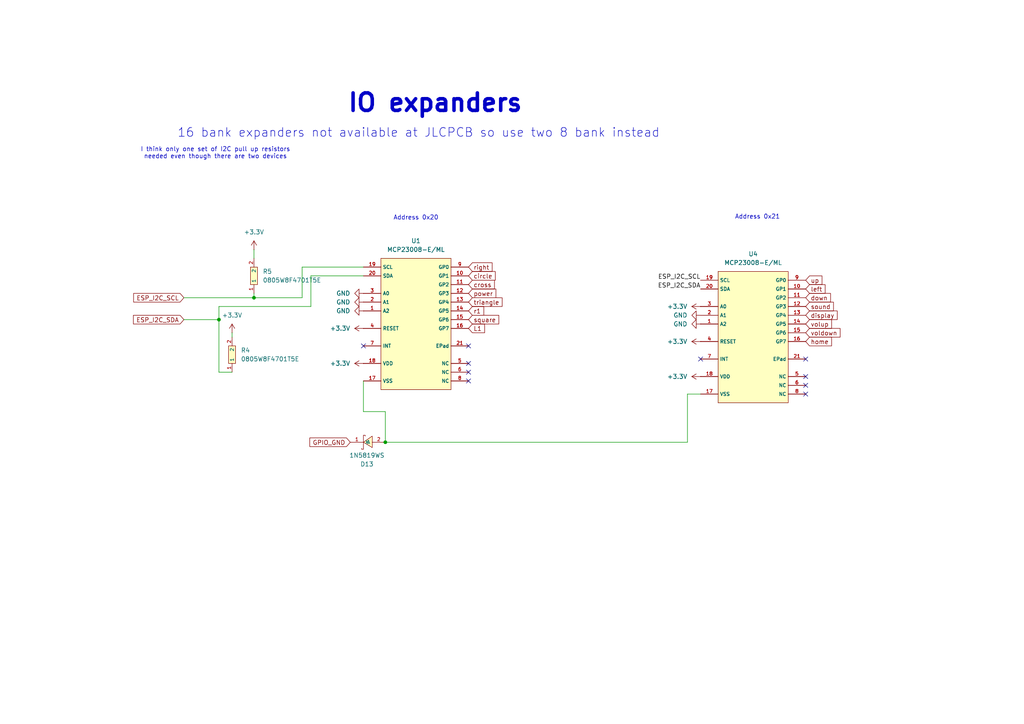
<source format=kicad_sch>
(kicad_sch (version 20231120) (generator "eeschema") (generator_version "8.0")
  (paper "A4")
  (title_block (title "PSP-Bluetooth") (date "2024-07-25") (rev "0.1") (comment 2 "https://github.com/ste2425/PSP-Bluetooth") (comment 4 "UNDER REVIEW - SUBJECT TO CHANGE"))
  (lib_symbols
    (symbol "JLCPCB_schematic:0805W8F4701T5E"
      (property "Reference" "R" (at 0 1.27 0))
      (property "Value" "0805W8F4701T5E" (at 0 -2.54 0))
      (symbol "0805W8F4701T5E_0_1"
        (rectangle (start -2.54 1.016) (end 2.54 -1.016) (fill (type background)))
        (pin input line (at -5.08 0 0) (length 2.54) (name "1") (number "1"))
        (pin input line (at 5.08 0 180) (length 2.54) (name "2") (number "2"))
      )
    )
    (symbol "JLCPCB_schematic:1N5819WS"
      (property "Reference" "D" (at 0 1.27 0))
      (property "Value" "1N5819WS" (at 0 -2.54 0))
      (symbol "1N5819WS_0_1"
        (polyline (pts (xy -1.27 0) (xy -1.27 -2.032) (xy -0.762 -2.032) (xy -0.762 -1.778)))
        (polyline (pts (xy -1.27 0) (xy -1.27 2.032) (xy -1.778 2.032) (xy -1.778 1.778)))
        (polyline (pts (xy 1.27 1.524) (xy -1.27 0) (xy 1.27 -1.778) (xy 1.27 1.524)) (fill (type background)))
        (pin unspecified line (at -5.08 0 0) (length 3.81) (name "K") (number "1"))
        (pin unspecified line (at 5.08 0 180) (length 3.81) (name "A") (number "2"))
      )
    )
    (symbol "JLCPCB_schematic:MCP23008-E/ML"
      (property "Reference" "U" (at 0 1.27 0))
      (property "Value" "MCP23008-E{slash}ML" (at 0 -2.54 0))
      (symbol "MCP23008-E/ML_0_1"
        (rectangle (start -10.16 19.05) (end 10.16 -19.05) (fill (type background)))
        (pin unspecified line (at -15.24 3.81 0) (length 5.08) (name "A2") (number "1"))
        (pin bidirectional line (at 15.24 13.97 180) (length 5.08) (name "GP1") (number "10"))
        (pin bidirectional line (at 15.24 11.43 180) (length 5.08) (name "GP2") (number "11"))
        (pin bidirectional line (at 15.24 8.89 180) (length 5.08) (name "GP3") (number "12"))
        (pin bidirectional line (at 15.24 6.35 180) (length 5.08) (name "GP4") (number "13"))
        (pin bidirectional line (at 15.24 3.81 180) (length 5.08) (name "GP5") (number "14"))
        (pin bidirectional line (at 15.24 1.27 180) (length 5.08) (name "GP6") (number "15"))
        (pin bidirectional line (at 15.24 -1.27 180) (length 5.08) (name "GP7") (number "16"))
        (pin power_in line (at -15.24 -16.51 0) (length 5.08) (name "VSS") (number "17"))
        (pin power_in line (at -15.24 -11.43 0) (length 5.08) (name "VDD") (number "18"))
        (pin unspecified line (at -15.24 16.51 0) (length 5.08) (name "SCL") (number "19"))
        (pin unspecified line (at -15.24 6.35 0) (length 5.08) (name "A1") (number "2"))
        (pin bidirectional line (at -15.24 13.97 0) (length 5.08) (name "SDA") (number "20"))
        (pin unspecified line (at 15.24 -6.35 180) (length 5.08) (name "EPad") (number "21"))
        (pin unspecified line (at -15.24 8.89 0) (length 5.08) (name "A0") (number "3"))
        (pin unspecified line (at -15.24 -1.27 0) (length 5.08) (name "RESET") (number "4"))
        (pin unspecified line (at 15.24 -11.43 180) (length 5.08) (name "NC") (number "5"))
        (pin unspecified line (at 15.24 -13.97 180) (length 5.08) (name "NC") (number "6"))
        (pin unspecified line (at -15.24 -6.35 0) (length 5.08) (name "INT") (number "7"))
        (pin unspecified line (at 15.24 -16.51 180) (length 5.08) (name "NC") (number "8"))
        (pin bidirectional line (at 15.24 16.51 180) (length 5.08) (name "GP0") (number "9"))
      )
    )
    (symbol "power:+3.3V" (power) (pin_numbers hide) (pin_names (offset 0) hide)
      (property "Value" "+3.3V" (at 0 3.556 0))
      (symbol "+3.3V_0_1"
        (polyline (pts (xy -0.762 1.27) (xy 0 2.54)))
        (polyline (pts (xy 0 0) (xy 0 2.54)))
        (polyline (pts (xy 0 2.54) (xy 0.762 1.27)))
      )
      (symbol "+3.3V_1_1"
        (pin power_in line (at 0 0 90) (length 0) (name "~") (number "1"))
      )
    )
    (symbol "power:GND" (power) (pin_numbers hide) (pin_names (offset 0) hide)
      (property "Value" "GND" (at 0 -3.81 0))
      (symbol "GND_0_1"
        (polyline (pts (xy 0 0) (xy 0 -1.27) (xy 1.27 -1.27) (xy 0 -2.54) (xy -1.27 -1.27) (xy 0 -1.27)))
      )
      (symbol "GND_1_1"
        (pin power_in line (at 0 0 270) (length 0) (name "~") (number "1"))
      )
    )
  )
  (junction (at 111.76 128.27))
  (junction (at 63.5 92.71))
  (junction (at 73.66 86.36))
  (no_connect (at 233.68 111.76))
  (no_connect (at 135.89 100.33))
  (no_connect (at 135.89 105.41))
  (no_connect (at 135.89 107.95))
  (no_connect (at 135.89 110.49))
  (no_connect (at 233.68 104.14))
  (no_connect (at 203.2 104.14))
  (no_connect (at 233.68 109.22))
  (no_connect (at 105.41 100.33))
  (no_connect (at 233.68 114.3))
  (wire (pts (xy 199.39 114.3) (xy 199.39 128.27)))
  (wire (pts (xy 73.66 86.36) (xy 87.63 86.36)))
  (wire (pts (xy 203.2 114.3) (xy 199.39 114.3)))
  (wire (pts (xy 63.5 92.71) (xy 63.5 88.9)))
  (wire (pts (xy 199.39 128.27) (xy 111.76 128.27)))
  (wire (pts (xy 67.31 96.52) (xy 67.31 97.79)))
  (wire (pts (xy 53.34 86.36) (xy 73.66 86.36)))
  (wire (pts (xy 63.5 88.9) (xy 90.17 88.9)))
  (wire (pts (xy 87.63 86.36) (xy 87.63 77.47)))
  (wire (pts (xy 63.5 107.95) (xy 63.5 92.71)))
  (wire (pts (xy 105.41 110.49) (xy 105.41 119.38)))
  (wire (pts (xy 105.41 80.01) (xy 90.17 80.01)))
  (wire (pts (xy 73.66 72.39) (xy 73.66 74.93)))
  (wire (pts (xy 105.41 119.38) (xy 111.76 119.38)))
  (wire (pts (xy 53.34 92.71) (xy 63.5 92.71)))
  (wire (pts (xy 87.63 77.47) (xy 105.41 77.47)))
  (wire (pts (xy 73.66 85.09) (xy 73.66 86.36)))
  (wire (pts (xy 111.76 119.38) (xy 111.76 128.27)))
  (wire (pts (xy 90.17 80.01) (xy 90.17 88.9)))
  (wire (pts (xy 67.31 107.95) (xy 63.5 107.95)))
  (text "Address 0x20" (at 120.65 63.246 0) (effects (font (size 1.27 1.27))))
  (text "16 bank expanders not available at JLCPCB so use two 8 bank instead" (at 121.412 38.608 0) (effects (font (size 2.54 2.54))))
  (text "Address 0x21" (at 219.71 62.992 0) (effects (font (size 1.27 1.27))))
  (text "I think only one set of I2C pull up resistors\nneeded even though there are two devices" (at 62.484 44.45 0) (effects (font (size 1.27 1.27))))
  (text "IO expanders" (at 126.238 29.972 0) (effects (font (size 5.08 5.08) (bold yes))))
  (label "ESP_I2C_SDA" (at 203.2 83.82 180))
  (label "ESP_I2C_SCL" (at 203.2 81.28 180))
  (global_label "r1" (shape input) (at 135.89 90.17 0) (property "Intersheetrefs" "${INTERSHEET_REFS}" (effects (hide yes))))
  (global_label "voldown" (shape input) (at 233.68 96.52 0) (property "Intersheetrefs" "${INTERSHEET_REFS}" (effects (hide yes))))
  (global_label "volup" (shape input) (at 233.68 93.98 0) (property "Intersheetrefs" "${INTERSHEET_REFS}" (effects (hide yes))))
  (global_label "home" (shape input) (at 233.68 99.06 0) (property "Intersheetrefs" "${INTERSHEET_REFS}" (effects (hide yes))))
  (global_label "right" (shape input) (at 135.89 77.47 0) (property "Intersheetrefs" "${INTERSHEET_REFS}" (effects (hide yes))))
  (global_label "circle" (shape input) (at 135.89 80.01 0) (property "Intersheetrefs" "${INTERSHEET_REFS}" (effects (hide yes))))
  (global_label "L1" (shape input) (at 135.89 95.25 0) (property "Intersheetrefs" "${INTERSHEET_REFS}" (effects (hide yes))))
  (global_label "power" (shape input) (at 135.89 85.09 0) (property "Intersheetrefs" "${INTERSHEET_REFS}" (effects (hide yes))))
  (global_label "down" (shape input) (at 233.68 86.36 0) (property "Intersheetrefs" "${INTERSHEET_REFS}" (effects (hide yes))))
  (global_label "square" (shape input) (at 135.89 92.71 0) (property "Intersheetrefs" "${INTERSHEET_REFS}" (effects (hide yes))))
  (global_label "GPIO_GND" (shape input) (at 101.6 128.27 180) (property "Intersheetrefs" "${INTERSHEET_REFS}" (effects (hide yes))))
  (global_label "display" (shape input) (at 233.68 91.44 0) (property "Intersheetrefs" "${INTERSHEET_REFS}" (effects (hide yes))))
  (global_label "up" (shape input) (at 233.68 81.28 0) (property "Intersheetrefs" "${INTERSHEET_REFS}" (effects (hide yes))))
  (global_label "left" (shape input) (at 233.68 83.82 0) (property "Intersheetrefs" "${INTERSHEET_REFS}" (effects (hide yes))))
  (global_label "triangle" (shape input) (at 135.89 87.63 0) (property "Intersheetrefs" "${INTERSHEET_REFS}" (effects (hide yes))))
  (global_label "ESP_I2C_SDA" (shape input) (at 53.34 92.71 180) (property "Intersheetrefs" "${INTERSHEET_REFS}" (effects (hide yes))))
  (global_label "ESP_I2C_SCL" (shape input) (at 53.34 86.36 180) (property "Intersheetrefs" "${INTERSHEET_REFS}" (effects (hide yes))))
  (global_label "cross" (shape input) (at 135.89 82.55 0) (property "Intersheetrefs" "${INTERSHEET_REFS}" (effects (hide yes))))
  (global_label "sound" (shape input) (at 233.68 88.9 0) (property "Intersheetrefs" "${INTERSHEET_REFS}" (effects (hide yes))))
  (symbol (lib_id "power:+3.3V") (at 73.66 72.39 0) (unit 1)
    (property "Reference" "#PWR012" (effects (hide yes)))
    (property "Value" "+3.3V" (at 73.66 67.31 0))
    (property "Description" "Power symbol creates a global label with name \"+3.3V\"" (effects (hide yes)))
  )
  (symbol (lib_id "power:+3.3V") (at 203.2 88.9 90) (unit 1)
    (property "Reference" "#PWR043" (effects (hide yes)))
    (property "Value" "+3.3V" (at 199.39 88.8999 90) (effects (justify left)))
    (property "Description" "Power symbol creates a global label with name \"+3.3V\"" (effects (hide yes)))
  )
  (symbol (lib_id "power:+3.3V") (at 203.2 99.06 90) (unit 1)
    (property "Reference" "#PWR048" (effects (hide yes)))
    (property "Value" "+3.3V" (at 199.39 99.0599 90) (effects (justify left)))
    (property "Description" "Power symbol creates a global label with name \"+3.3V\"" (effects (hide yes)))
  )
  (symbol (lib_id "power:GND") (at 105.41 90.17 270) (unit 1)
    (property "Reference" "#PWR030" (effects (hide yes)))
    (property "Value" "GND" (at 101.6 90.1699 90) (effects (justify right)))
    (property "Description" "Power symbol creates a global label with name \"GND\" , ground" (effects (hide yes)))
  )
  (symbol (lib_id "JLCPCB_schematic:0805W8F4701T5E") (at 73.66 80.01 90) (unit 1)
    (property "Reference" "R5" (at 76.2 78.7399 90) (effects (justify right)))
    (property "Value" "0805W8F4701T5E" (at 76.2 81.2799 90) (effects (justify right)))
    (property "Footprint" "JLCPCB_footprint:R0805" (effects (hide yes)))
    (property "Datasheet" "https://item.szlcsc.com/142685.html" (effects (hide yes)))
    (property "Description" "4.7K" (effects (hide yes)))
    (property "LCSC" "C17673" (effects (hide yes)))
  )
  (symbol (lib_id "power:+3.3V") (at 67.31 96.52 0) (unit 1)
    (property "Reference" "#PWR03" (effects (hide yes)))
    (property "Value" "+3.3V" (at 67.31 91.44 0))
    (property "Description" "Power symbol creates a global label with name \"+3.3V\"" (effects (hide yes)))
  )
  (symbol (lib_id "power:+3.3V") (at 105.41 105.41 90) (unit 1)
    (property "Reference" "#PWR041" (effects (hide yes)))
    (property "Value" "+3.3V" (at 101.6 105.4099 90) (effects (justify left)))
    (property "Description" "Power symbol creates a global label with name \"+3.3V\"" (effects (hide yes)))
  )
  (symbol (lib_id "power:+3.3V") (at 203.2 109.22 90) (unit 1)
    (property "Reference" "#PWR049" (effects (hide yes)))
    (property "Value" "+3.3V" (at 199.39 109.2199 90) (effects (justify left)))
    (property "Description" "Power symbol creates a global label with name \"+3.3V\"" (effects (hide yes)))
  )
  (symbol (lib_id "JLCPCB_schematic:1N5819WS") (at 106.68 128.27 0) (mirror x) (unit 1)
    (property "Reference" "D13" (at 106.426 134.62 0))
    (property "Value" "1N5819WS" (at 106.426 132.08 0))
    (property "Footprint" "JLCPCB_footprint:SOD-323_L1.8-W1.3-LS2.5-RD" (effects (hide yes)))
    (property "Datasheet" "https://item.szlcsc.com/295156.html" (effects (hide yes)))
    (property "Description" "shotkey diode" (effects (hide yes)))
    (property "LCSC" "C191023" (effects (hide yes)))
  )
  (symbol (lib_id "power:+3.3V") (at 105.41 95.25 90) (unit 1)
    (property "Reference" "#PWR031" (effects (hide yes)))
    (property "Value" "+3.3V" (at 101.6 95.2499 90) (effects (justify left)))
    (property "Description" "Power symbol creates a global label with name \"+3.3V\"" (effects (hide yes)))
  )
  (symbol (lib_id "power:GND") (at 105.41 87.63 270) (unit 1)
    (property "Reference" "#PWR020" (effects (hide yes)))
    (property "Value" "GND" (at 101.6 87.6299 90) (effects (justify right)))
    (property "Description" "Power symbol creates a global label with name \"GND\" , ground" (effects (hide yes)))
  )
  (symbol (lib_id "power:GND") (at 203.2 93.98 270) (unit 1)
    (property "Reference" "#PWR046" (effects (hide yes)))
    (property "Value" "GND" (at 199.39 93.9799 90) (effects (justify right)))
    (property "Description" "Power symbol creates a global label with name \"GND\" , ground" (effects (hide yes)))
  )
  (symbol (lib_id "power:GND") (at 105.41 85.09 270) (unit 1)
    (property "Reference" "#PWR015" (effects (hide yes)))
    (property "Value" "GND" (at 101.6 85.0899 90) (effects (justify right)))
    (property "Description" "Power symbol creates a global label with name \"GND\" , ground" (effects (hide yes)))
  )
  (symbol (lib_id "JLCPCB_schematic:MCP23008-E/ML") (at 120.65 93.98 0) (unit 1)
    (property "Reference" "U1" (at 120.65 69.85 0))
    (property "Value" "MCP23008-E/ML" (at 120.65 72.39 0))
    (property "Footprint" "JLCPCB_footprint:QFN-20_L4.0-W4.0-P0.50-BL-EP2.7" (effects (hide yes)))
    (property "Datasheet" "https://item.szlcsc.com/476102.html" (effects (hide yes)))
    (property "Description" "IO Expander 8pin" (effects (hide yes)))
    (property "LCSC" "C144211" (effects (hide yes)))
  )
  (symbol (lib_id "power:GND") (at 203.2 91.44 270) (unit 1)
    (property "Reference" "#PWR045" (effects (hide yes)))
    (property "Value" "GND" (at 199.39 91.4399 90) (effects (justify right)))
    (property "Description" "Power symbol creates a global label with name \"GND\" , ground" (effects (hide yes)))
  )
  (symbol (lib_id "JLCPCB_schematic:MCP23008-E/ML") (at 218.44 97.79 0) (unit 1)
    (property "Reference" "U4" (at 218.44 73.66 0))
    (property "Value" "MCP23008-E/ML" (at 218.44 76.2 0))
    (property "Footprint" "JLCPCB_footprint:QFN-20_L4.0-W4.0-P0.50-BL-EP2.7" (effects (hide yes)))
    (property "Datasheet" "https://item.szlcsc.com/476102.html" (effects (hide yes)))
    (property "Description" "IO Expander 8pin" (effects (hide yes)))
    (property "LCSC" "C144211" (effects (hide yes)))
  )
  (symbol (lib_id "JLCPCB_schematic:0805W8F4701T5E") (at 67.31 102.87 90) (unit 1)
    (property "Reference" "R4" (at 69.85 101.5999 90) (effects (justify right)))
    (property "Value" "0805W8F4701T5E" (at 69.85 104.1399 90) (effects (justify right)))
    (property "Footprint" "JLCPCB_footprint:R0805" (effects (hide yes)))
    (property "Datasheet" "https://item.szlcsc.com/142685.html" (effects (hide yes)))
    (property "Description" "4.7K" (effects (hide yes)))
    (property "LCSC" "C17673" (effects (hide yes)))
  )
)
</source>
